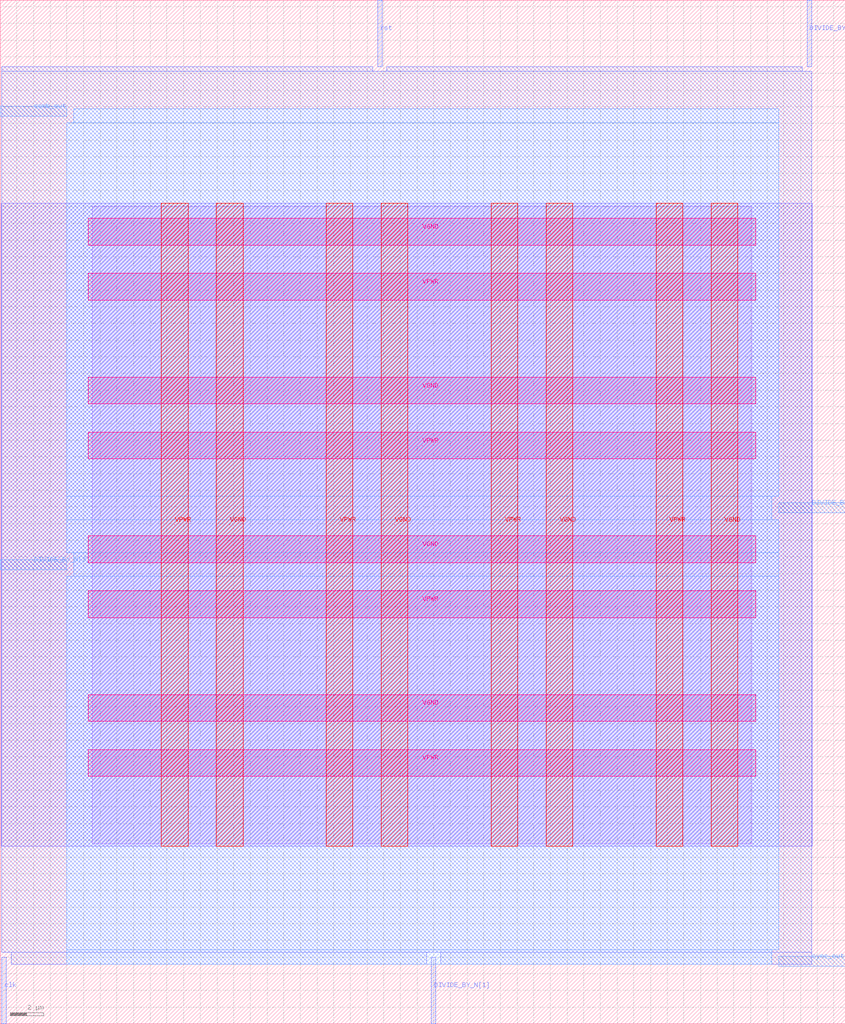
<source format=lef>
VERSION 5.7 ;
  NOWIREEXTENSIONATPIN ON ;
  DIVIDERCHAR "/" ;
  BUSBITCHARS "[]" ;
MACRO pulse_generator
  CLASS BLOCK ;
  FOREIGN pulse_generator ;
  ORIGIN 0.000 0.000 ;
  SIZE 50.680 BY 61.400 ;
  PIN DIVIDE_BY_N[0]
    DIRECTION INPUT ;
    USE SIGNAL ;
    ANTENNAGATEAREA 0.247500 ;
    PORT
      LAYER met2 ;
        RECT 48.390 57.400 48.670 61.400 ;
    END
  END DIVIDE_BY_N[0]
  PIN DIVIDE_BY_N[1]
    DIRECTION INPUT ;
    USE SIGNAL ;
    ANTENNAGATEAREA 0.213000 ;
    PORT
      LAYER met2 ;
        RECT 25.850 0.000 26.130 4.000 ;
    END
  END DIVIDE_BY_N[1]
  PIN DIVIDE_BY_N[2]
    DIRECTION INPUT ;
    USE SIGNAL ;
    ANTENNAGATEAREA 0.213000 ;
    PORT
      LAYER met3 ;
        RECT 46.680 30.640 50.680 31.240 ;
    END
  END DIVIDE_BY_N[2]
  PIN DIVIDE_BY_N[3]
    DIRECTION INPUT ;
    USE SIGNAL ;
    ANTENNAGATEAREA 0.495000 ;
    PORT
      LAYER met3 ;
        RECT 0.000 27.240 4.000 27.840 ;
    END
  END DIVIDE_BY_N[3]
  PIN VGND
    DIRECTION INOUT ;
    USE GROUND ;
    PORT
      LAYER met4 ;
        RECT 12.965 10.640 14.565 49.200 ;
    END
    PORT
      LAYER met4 ;
        RECT 22.855 10.640 24.455 49.200 ;
    END
    PORT
      LAYER met4 ;
        RECT 32.745 10.640 34.345 49.200 ;
    END
    PORT
      LAYER met4 ;
        RECT 42.635 10.640 44.235 49.200 ;
    END
    PORT
      LAYER met5 ;
        RECT 5.280 18.140 45.320 19.740 ;
    END
    PORT
      LAYER met5 ;
        RECT 5.280 27.660 45.320 29.260 ;
    END
    PORT
      LAYER met5 ;
        RECT 5.280 37.180 45.320 38.780 ;
    END
    PORT
      LAYER met5 ;
        RECT 5.280 46.700 45.320 48.300 ;
    END
  END VGND
  PIN VPWR
    DIRECTION INOUT ;
    USE POWER ;
    PORT
      LAYER met4 ;
        RECT 9.665 10.640 11.265 49.200 ;
    END
    PORT
      LAYER met4 ;
        RECT 19.555 10.640 21.155 49.200 ;
    END
    PORT
      LAYER met4 ;
        RECT 29.445 10.640 31.045 49.200 ;
    END
    PORT
      LAYER met4 ;
        RECT 39.335 10.640 40.935 49.200 ;
    END
    PORT
      LAYER met5 ;
        RECT 5.280 14.840 45.320 16.440 ;
    END
    PORT
      LAYER met5 ;
        RECT 5.280 24.360 45.320 25.960 ;
    END
    PORT
      LAYER met5 ;
        RECT 5.280 33.880 45.320 35.480 ;
    END
    PORT
      LAYER met5 ;
        RECT 5.280 43.400 45.320 45.000 ;
    END
  END VPWR
  PIN clk
    DIRECTION INPUT ;
    USE SIGNAL ;
    ANTENNAGATEAREA 0.852000 ;
    PORT
      LAYER met2 ;
        RECT 0.090 0.000 0.370 4.000 ;
    END
  END clk
  PIN comb_out
    DIRECTION OUTPUT TRISTATE ;
    USE SIGNAL ;
    ANTENNADIFFAREA 1.336500 ;
    PORT
      LAYER met3 ;
        RECT 0.000 54.440 4.000 55.040 ;
    END
  END comb_out
  PIN rst
    DIRECTION INPUT ;
    USE SIGNAL ;
    ANTENNAGATEAREA 0.196500 ;
    PORT
      LAYER met2 ;
        RECT 22.630 57.400 22.910 61.400 ;
    END
  END rst
  PIN sync_out
    DIRECTION OUTPUT TRISTATE ;
    USE SIGNAL ;
    ANTENNADIFFAREA 0.795200 ;
    PORT
      LAYER met3 ;
        RECT 46.680 3.440 50.680 4.040 ;
    END
  END sync_out
  OBS
      LAYER li1 ;
        RECT 5.520 10.795 45.080 49.045 ;
      LAYER met1 ;
        RECT 0.070 10.640 48.690 49.200 ;
      LAYER met2 ;
        RECT 0.100 57.120 22.350 57.400 ;
        RECT 23.190 57.120 48.110 57.400 ;
        RECT 0.100 4.280 48.660 57.120 ;
        RECT 0.650 3.555 25.570 4.280 ;
        RECT 26.410 3.555 48.660 4.280 ;
      LAYER met3 ;
        RECT 4.400 54.040 46.680 54.890 ;
        RECT 4.000 31.640 46.680 54.040 ;
        RECT 4.000 30.240 46.280 31.640 ;
        RECT 4.000 28.240 46.680 30.240 ;
        RECT 4.400 26.840 46.680 28.240 ;
        RECT 4.000 4.440 46.680 26.840 ;
        RECT 4.000 3.575 46.280 4.440 ;
  END
END pulse_generator
END LIBRARY


</source>
